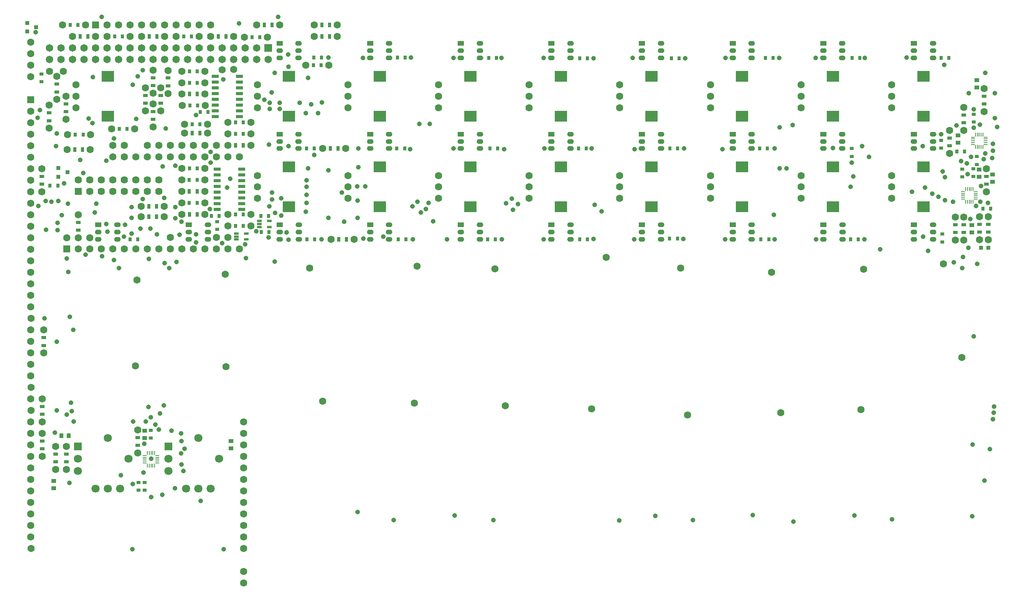
<source format=gts>
%FSLAX33Y33*%
%MOMM*%
%AMRect-W741421-H941421-RO1.000*
21,1,0.741421,0.941421,0.,0.,180*%
%AMRR-H1089615-W1469615-R544807-RO0.000*
21,1,0.380001,1.089615,0.,0.,360*
21,1,1.469615,0.000001,0.,0.,360*
1,1,1.089614,-0.1900005,0.0000005*
1,1,1.089614,0.1900005,0.0000005*
1,1,1.089614,0.1900005,-0.0000005*
1,1,1.089614,-0.1900005,-0.0000005*%
%AMRR-H192474-W893701-R96237-RO0.000*
21,1,0.701227,0.192474,0.,0.,360*
1,1,0.192474,-0.3506135,0.*
1,1,0.192474,0.3506135,0.*
1,1,0.192474,0.3506135,-0.*
1,1,0.192474,-0.3506135,0.*%
%AMRR-H893701-W192474-R96237-RO0.000*
21,1,0.192474,0.701227,0.,0.,360*
1,1,0.192474,0.,0.3506135*
1,1,0.192474,0.,0.3506135*
1,1,0.192474,0.,-0.3506135*
1,1,0.192474,-0.,-0.3506135*%
%AMRect-W670710-H870710-RO0.500*
21,1,0.67071,0.87071,0.,0.,270*%
%AMRect-W2403400-H2708200-RO0.500*
21,1,2.4034,2.7082,0.,0.,270*%
%AMRect-W741421-H941421-RO1.500*
21,1,0.741421,0.941421,0.,0.,90*%
%AMRect-W800000-H900000-RO0.500*
21,1,0.8,0.9,0.,0.,270*%
%AMRect-W500000-H1000000-RO0.500*
21,1,0.5,1.,0.,0.,270*%
%AMRect-W741421-H941421-RO0.500*
21,1,0.741421,0.941421,0.,0.,270*%
%AMRect-W670710-H870710-RO1.000*
21,1,0.67071,0.87071,0.,0.,180*%
%AMRect-W670710-H870710-RO1.500*
21,1,0.67071,0.87071,0.,0.,90*%
%AMRect-W842120-H941421-RO1.500*
21,1,0.84212,0.941421,0.,0.,90*%
%AMRect-W893701-H192474-RO1.000*
21,1,0.893701,0.192474,0.,0.,180*%
%AMRR-H192474-W893701-R96237-RO1.000*
21,1,0.701227,0.192474,0.,0.,180*
1,1,0.192474,0.3506135,-0.*
1,1,0.192474,-0.3506135,-0.*
1,1,0.192474,-0.3506135,0.*
1,1,0.192474,0.3506135,0.*%
%AMRR-H893701-W192474-R96237-RO1.000*
21,1,0.192474,0.701227,0.,0.,180*
1,1,0.192474,0.,-0.3506135*
1,1,0.192474,-0.,-0.3506135*
1,1,0.192474,-0.,0.3506135*
1,1,0.192474,0.,0.3506135*%
%AMRect-W1650000-H1650000-RO0.500*
21,1,1.65,1.65,0.,0.,270*%
%AMRect-W842120-H941421-RO1.000*
21,1,0.84212,0.941421,0.,0.,180*%
%AMRect-W600000-H1500000-RO1.500*
21,1,0.6,1.5,0.,0.,90*%
%AMRect-W842120-H941421-RO0.500*
21,1,0.84212,0.941421,0.,0.,270*%
%AMRect-W1600000-H1600000-RO0.500*
21,1,1.6,1.6,0.,0.,270*%
%ADD10C,1.0668*%
%ADD11C,1.6*%
%ADD12Rect-W741421-H941421-RO1.000*%
%ADD13R,0.67071X0.87071*%
%ADD14R,1.469615X1.089615*%
%ADD15RR-H1089615-W1469615-R544807-RO0.000*%
%ADD16C,1.6*%
%ADD17R,1.8X1.8*%
%ADD18C,1.8*%
%ADD19R,0.741421X0.941421*%
%ADD20C,1.6*%
%ADD21R,0.893701X0.192474*%
%ADD22RR-H192474-W893701-R96237-RO0.000*%
%ADD23RR-H893701-W192474-R96237-RO0.000*%
%ADD24R,1.6X1.6*%
%ADD25Rect-W670710-H870710-RO0.500*%
%ADD26Rect-W2403400-H2708200-RO0.500*%
%ADD27C,1.6*%
%ADD28Rect-W741421-H941421-RO1.500*%
%ADD29Rect-W800000-H900000-RO0.500*%
%ADD30R,1.62X1.62*%
%ADD31C,1.62*%
%ADD32Rect-W500000-H1000000-RO0.500*%
%ADD33Rect-W741421-H941421-RO0.500*%
%ADD34Rect-W670710-H870710-RO1.000*%
%ADD35Rect-W670710-H870710-RO1.500*%
%ADD36Rect-W842120-H941421-RO1.500*%
%ADD37Rect-W893701-H192474-RO1.000*%
%ADD38RR-H192474-W893701-R96237-RO1.000*%
%ADD39RR-H893701-W192474-R96237-RO1.000*%
%ADD40C,1.65*%
%ADD41Rect-W1650000-H1650000-RO0.500*%
%ADD42Rect-W842120-H941421-RO1.000*%
%ADD43Rect-W600000-H1500000-RO1.500*%
%ADD44Rect-W842120-H941421-RO0.500*%
%ADD45R,0.84212X0.941421*%
%ADD46Rect-W1600000-H1600000-RO0.500*%
D10*
%LNtop solder mask_traces*%
G01*
X206550Y86736D03*
X34925Y85500D03*
X5017Y106950D03*
X196309Y118554D03*
X55765Y107225D03*
X90825Y86425D03*
X210725Y17275D03*
X200325Y89875D03*
X31275Y36450D03*
X18700Y74725D03*
X210375Y82900D03*
X6400Y80550D03*
X57633Y127559D03*
X109125Y87400D03*
X12052Y40500D03*
X21365Y73850D03*
X8718Y101803D03*
X156210Y78445D03*
X28376Y38225D03*
X207294Y103556D03*
X27750Y87308D03*
X68707Y118554D03*
X63850Y88275D03*
X8300Y35775D03*
X213475Y25175D03*
X199848Y98990D03*
X116332Y98445D03*
X68700Y83175D03*
X36244Y82325D03*
X64235Y94125D03*
X215175Y96333D03*
X19650Y81800D03*
X67218Y108687D03*
X8750Y40675D03*
X75150Y83185D03*
X21325Y100725D03*
X215575Y41525D03*
X4656Y85825D03*
X186495Y98990D03*
X12400Y58425D03*
X127229Y78475D03*
X215300Y97975D03*
X107467Y98323D03*
X8875Y80445D03*
X162325Y17525D03*
X90175Y85100D03*
X203350Y87821D03*
X88775Y103925D03*
X201016Y75844D03*
X204225Y93400D03*
X156362Y118445D03*
X187096Y118450D03*
X211060Y103022D03*
X212500Y86736D03*
X206705Y73304D03*
X23800Y81645D03*
X63675Y106275D03*
X197450Y88925D03*
X66400Y106275D03*
X36275Y28725D03*
X29016Y41450D03*
X42725Y95325D03*
X213267Y96150D03*
X208340Y95725D03*
X135865Y118445D03*
X75336Y94310D03*
X109400Y84950D03*
X209600Y95175D03*
X86919Y118575D03*
X7600Y86725D03*
X55640Y85670D03*
X29550Y29971D03*
X8750Y55850D03*
X10975Y74150D03*
X76417Y78562D03*
X71671Y88775D03*
X36150Y35540D03*
X116180Y78445D03*
X9100Y86875D03*
X30887Y79481D03*
X31525Y39990D03*
X187975Y96660D03*
X211060Y107163D03*
X23580Y79025D03*
X214650Y32075D03*
X26625Y114422D03*
X190475Y76212D03*
X13925Y95975D03*
X127229Y118425D03*
X18650Y127500D03*
X39500Y79500D03*
X186950Y78450D03*
X19950Y80125D03*
X39484Y77750D03*
X146990Y78500D03*
X10975Y39750D03*
X6000Y60960D03*
X4064Y124100D03*
X147396Y118425D03*
X8592Y99035D03*
X29554Y21488D03*
X149125Y16450D03*
X215775Y110675D03*
X45466Y113716D03*
X210015Y110693D03*
X39448Y105855D03*
X15100Y75050D03*
X46330Y89810D03*
X35843Y79431D03*
X204750Y92116D03*
X36150Y31164D03*
X8875Y82085D03*
X116154Y118445D03*
X54550Y109225D03*
X168199Y118450D03*
X33550Y72050D03*
X215500Y40175D03*
X6325Y86875D03*
X169800Y94125D03*
X107865Y86400D03*
X210490Y96590D03*
X16650Y104050D03*
X25450Y10025D03*
X32106Y94500D03*
X72187Y82296D03*
X171150Y103625D03*
X55475Y78831D03*
X75150Y86950D03*
X76860Y90068D03*
X96575Y17450D03*
X201975Y88525D03*
X35125Y73450D03*
X34925Y94700D03*
X184510Y92275D03*
X40525Y20650D03*
X180035Y98552D03*
X208559Y72060D03*
X86766Y98349D03*
X17475Y86284D03*
X178003Y118445D03*
X36650Y27300D03*
X50475Y74261D03*
X32775Y102900D03*
X215350Y38725D03*
X204591Y116916D03*
X136246Y98349D03*
X59848Y116561D03*
X88350Y86725D03*
X91025Y103925D03*
X184800Y17450D03*
X11650Y61325D03*
X214224Y86450D03*
X12500Y38225D03*
X215300Y99471D03*
X105075Y16425D03*
X58304Y87454D03*
X45600Y10000D03*
X25265Y83142D03*
X193075Y16575D03*
X32489Y87525D03*
X128975Y84625D03*
X68704Y93675D03*
X147142Y98445D03*
X215775Y105175D03*
X34925Y83075D03*
X176301Y78450D03*
X212675Y90148D03*
X110500Y86175D03*
X27750Y115800D03*
X17165Y84322D03*
X19700Y95750D03*
X62331Y108550D03*
X47015Y91829D03*
X32410Y41750D03*
X75336Y98480D03*
X29454Y39125D03*
X167157Y98445D03*
X167157Y78450D03*
X26311Y105000D03*
X204750Y87075D03*
X27844Y26925D03*
X57950Y107225D03*
X209956Y76581D03*
X136169Y78445D03*
X126797Y98445D03*
X32000Y22000D03*
X55765Y108550D03*
X96291Y118445D03*
X56856Y115189D03*
X58297Y83675D03*
X91821Y82398D03*
X168250Y94125D03*
X64850Y108225D03*
X89070Y84375D03*
X28050Y33331D03*
X87351Y78450D03*
X14605Y93029D03*
X42554Y85104D03*
X50320Y77300D03*
X132900Y16375D03*
X59848Y78303D03*
X45250Y77535D03*
X211600Y85806D03*
X15750Y105100D03*
X16675Y114249D03*
X29075Y74125D03*
X213677Y97392D03*
X25601Y38225D03*
X25280Y85505D03*
X67158Y78445D03*
X55575Y99339D03*
X87200Y85700D03*
X27203Y80750D03*
X25500Y112550D03*
X80775Y78990D03*
X183900Y90025D03*
X56225Y87250D03*
X32500Y73150D03*
X56200Y110875D03*
X212421Y103705D03*
X184200Y95377D03*
X57981Y108550D03*
X64198Y114071D03*
X140800Y17375D03*
X48975Y126111D03*
X63825Y91450D03*
X36275Y33921D03*
X171350Y16100D03*
X65600Y97075D03*
X127475Y86050D03*
X56847Y73491D03*
X52775Y80225D03*
X76302Y118445D03*
X42725Y97714D03*
X25500Y24380D03*
X63671Y84550D03*
X210875Y33125D03*
X4500Y105290D03*
X209750Y92838D03*
X9850Y83790D03*
X216275Y103200D03*
X167000Y83875D03*
X208767Y74524D03*
X11287Y71200D03*
X22887Y26388D03*
X25225Y79675D03*
X36906Y32207D03*
X56225Y88764D03*
X96317Y98445D03*
X10350Y90750D03*
X22500Y72100D03*
X30485Y37490D03*
X59792Y119232D03*
X63825Y86500D03*
X213625Y115200D03*
X75150Y18200D03*
X199945Y78990D03*
X11218Y86300D03*
X59487Y79930D03*
X106934Y78445D03*
X56900Y84252D03*
X34050Y36144D03*
X94894Y78445D03*
X59848Y98990D03*
X34825Y23500D03*
X75006Y90068D03*
X176200Y118445D03*
X11520Y24654D03*
X203875Y101645D03*
X11850Y42325D03*
X168294Y103175D03*
X29421Y80750D03*
X211825Y72975D03*
X106883Y118475D03*
X211125Y56975D03*
X155677Y98323D03*
X83125Y16425D03*
X63825Y90000D03*
%LNtop solder mask component 2cb417fd89b64ff1*%
D11*
X70675Y125755D03*
X65595Y125755D03*
D12*
X68985Y125755D03*
X67285Y125755D03*
%LNtop solder mask component cb32256eb6e29e30*%
D13*
X84075Y78445D03*
X85775Y78445D03*
%LNtop solder mask component 50e8ad344c7d4b8f*%
D14*
X177900Y101645D03*
D15*
X182100Y98445D03*
X177900Y98445D03*
X182100Y101645D03*
X182100Y100045D03*
X177900Y100045D03*
%LNtop solder mask component 2e96c5ec09cc2bff*%
D16*
X43970Y78805D03*
%LNtop solder mask component 7be21fa8212241c2*%
D17*
X13400Y32700D03*
D18*
X13400Y30000D03*
X13400Y27300D03*
X17300Y23400D03*
X20000Y23400D03*
X22700Y23400D03*
X20000Y34600D03*
X24600Y30000D03*
%LNtop solder mask component 87d4757989b5faab*%
D19*
X48204Y104205D03*
X49904Y104205D03*
D20*
X46514Y104205D03*
X51594Y104205D03*
%LNtop solder mask component ac3db5670584ae1c*%
D21*
X210936Y100975D03*
D22*
X210936Y100575D03*
X210936Y100175D03*
X210936Y99775D03*
X210936Y99375D03*
X213714Y99375D03*
X213714Y99775D03*
X213714Y100175D03*
X213714Y100575D03*
X213714Y100975D03*
D23*
X211525Y98786D03*
X211925Y98786D03*
X212325Y98786D03*
X212725Y98786D03*
X213125Y98786D03*
X213125Y101564D03*
X212725Y101564D03*
X212325Y101564D03*
X211925Y101564D03*
X211525Y101564D03*
%LNtop solder mask component 3686d70afa1c5e6e*%
D24*
X10975Y76265D03*
D20*
X13515Y76265D03*
X16055Y76265D03*
X18595Y76265D03*
X21135Y76265D03*
X23675Y76265D03*
X26215Y76265D03*
X28755Y76265D03*
X31295Y76265D03*
X33835Y76265D03*
X36375Y76265D03*
X38915Y76265D03*
X41455Y76265D03*
X43995Y76265D03*
X46535Y76265D03*
X49075Y76265D03*
X49075Y96585D03*
X46535Y96585D03*
X43995Y96585D03*
X41455Y96585D03*
X38915Y96585D03*
X36375Y96585D03*
X33835Y96585D03*
X31295Y96585D03*
X28755Y96585D03*
X26215Y96585D03*
X23675Y96585D03*
X21135Y96585D03*
%LNtop solder mask component fae2ab7ca5d4c9bc*%
X67425Y42675D03*
%LNtop solder mask component b027ff144b44c17e*%
D25*
X211793Y96669D03*
X211793Y94969D03*
%LNtop solder mask component 208970e27ef767f2*%
D14*
X97900Y121645D03*
D15*
X102100Y118445D03*
X97900Y118445D03*
X102100Y121645D03*
X102100Y120045D03*
X97900Y120045D03*
%LNtop solder mask component e6c093e4fb0ef7fd*%
D14*
X137900Y101645D03*
D15*
X142100Y98445D03*
X137900Y98445D03*
X142100Y101645D03*
X142100Y100045D03*
X137900Y100045D03*
%LNtop solder mask component 0c936e703266551f*%
D20*
X50000Y10160D03*
%LNtop solder mask component bd28c8b7820afb87*%
D16*
X152990Y92500D03*
X152990Y90000D03*
X152990Y87500D03*
D26*
X160000Y94394D03*
X160000Y85606D03*
%LNtop solder mask component 7f1e47caf152ae98*%
D13*
X65480Y118554D03*
X67180Y118554D03*
%LNtop solder mask component 58a1288a180aeb08*%
D27*
X207025Y78248D03*
X207025Y83328D03*
D28*
X207025Y79938D03*
X207025Y81638D03*
%LNtop solder mask component 79f6ec5d6f894635*%
D16*
X192990Y92500D03*
X192990Y90000D03*
X192990Y87500D03*
D26*
X200000Y94394D03*
X200000Y85606D03*
%LNtop solder mask component 101642b7feb7559f*%
D13*
X63950Y78450D03*
X65650Y78450D03*
%LNtop solder mask component 4aa0ec8f7d4abd44*%
X104300Y98445D03*
X106000Y98445D03*
%LNtop solder mask component 5dcb23a1593b6b07*%
D29*
X2200Y126200D03*
X2200Y124300D03*
X4200Y125250D03*
%LNtop solder mask component b89bd2635b4bd775*%
D13*
X165125Y118450D03*
X166825Y118450D03*
%LNtop solder mask component 4039f8620c22d145*%
D25*
X184200Y98445D03*
X184200Y96745D03*
%LNtop solder mask component 39d65e26780576d4*%
D13*
X164150Y78445D03*
X165850Y78445D03*
%LNtop solder mask component f7b75df1bdf2f181*%
D20*
X50000Y25400D03*
%LNtop solder mask component d38423d823e8d2e1*%
D14*
X17900Y81645D03*
D15*
X22100Y78445D03*
X17900Y78445D03*
X22100Y81645D03*
X22100Y80045D03*
X17900Y80045D03*
%LNtop solder mask component cfb32474af56c8fe*%
D30*
X13510Y88975D03*
D31*
X16050Y88975D03*
X18590Y88975D03*
X21130Y88975D03*
X23670Y88975D03*
X26210Y88975D03*
X28750Y88975D03*
X31290Y88975D03*
X13510Y91515D03*
X16050Y91515D03*
X18590Y91515D03*
X21130Y91515D03*
X23670Y91515D03*
X26210Y91515D03*
X28750Y91515D03*
X31290Y91515D03*
%LNtop solder mask component edd2f8c4690b01ba*%
D20*
X46050Y50343D03*
%LNtop solder mask component 6f74c3785349d0d5*%
D13*
X124175Y78445D03*
X125875Y78445D03*
%LNtop solder mask component 26c1b4b607a29686*%
D25*
X5375Y114925D03*
X5375Y113225D03*
%LNtop solder mask component 2828c7dc829828af*%
D32*
X53440Y82445D03*
X53440Y81795D03*
X53440Y81145D03*
X55640Y81145D03*
X55640Y82445D03*
%LNtop solder mask component 19b7ae7034783336*%
D16*
X214348Y83395D03*
X214348Y78315D03*
D33*
X214348Y81705D03*
X214348Y80005D03*
%LNtop solder mask component 3cf36ddb64d95e52*%
D27*
X212350Y78315D03*
X212350Y83395D03*
D28*
X212350Y80005D03*
X212350Y81705D03*
%LNtop solder mask component 8ce11e64e60d2ce9*%
D13*
X144000Y78554D03*
X145700Y78554D03*
%LNtop solder mask component ab15ae813f6f3aa1*%
X184275Y118450D03*
X185975Y118450D03*
%LNtop solder mask component 0e368f23a025e6cc*%
X63900Y98445D03*
X65600Y98445D03*
%LNtop solder mask component 01c29c7f8cfffb4b*%
X83950Y118575D03*
X85650Y118575D03*
%LNtop solder mask component 5ebd81450b63c694*%
D14*
X37900Y81645D03*
D15*
X42100Y78445D03*
X37900Y78445D03*
X42100Y81645D03*
X42100Y80045D03*
X37900Y80045D03*
%LNtop solder mask component adf83d82d2d88d45*%
D20*
X45949Y70725D03*
%LNtop solder mask component 840a2754f238af4d*%
D16*
X43970Y99125D03*
%LNtop solder mask component e85196ca949464c4*%
D34*
X42083Y106525D03*
X40383Y106525D03*
%LNtop solder mask component ab6498ba432a0b55*%
D19*
X12850Y101525D03*
X14550Y101525D03*
D20*
X11160Y101525D03*
X16240Y101525D03*
%LNtop solder mask component 5154ed8cd176cc8c*%
D16*
X41430Y99125D03*
%LNtop solder mask component d62bc96d87e5019c*%
D20*
X50000Y2540D03*
%LNtop solder mask component 4f76a2a9eaa2a2fe*%
D14*
X97900Y101645D03*
D15*
X102100Y98445D03*
X97900Y98445D03*
X102100Y101645D03*
X102100Y100045D03*
X97900Y100045D03*
%LNtop solder mask component 2e9ef28c2831b1bc*%
D14*
X57972Y81645D03*
D15*
X62172Y78445D03*
X57972Y78445D03*
X62172Y81645D03*
X62172Y80045D03*
X57972Y80045D03*
%LNtop solder mask component 28689b4c8158a79f*%
D11*
X74390Y78445D03*
X69310Y78445D03*
D12*
X72700Y78445D03*
X71000Y78445D03*
%LNtop solder mask component ffc4da092a9a4fc5*%
D16*
X28730Y99125D03*
%LNtop solder mask component 7b562a51c2d66994*%
D13*
X104050Y118475D03*
X105750Y118475D03*
%LNtop solder mask component 5743672455e10ca4*%
D27*
X28325Y106776D03*
X28325Y111856D03*
D28*
X28325Y108466D03*
X28325Y110166D03*
%LNtop solder mask component 44887bd3d44aa71f*%
D16*
X8745Y114365D03*
X8745Y109285D03*
D33*
X8745Y112675D03*
X8745Y110975D03*
%LNtop solder mask component 5baf418b44386f3e*%
D11*
X41988Y101841D03*
X36908Y101841D03*
D12*
X40298Y101841D03*
X38598Y101841D03*
%LNtop solder mask component 140d6fd14c121b3f*%
D16*
X12990Y112500D03*
X12990Y110000D03*
X12990Y107500D03*
D26*
X20000Y114394D03*
X20000Y105606D03*
%LNtop solder mask component 58ee9cc3f79133a6*%
D11*
X32540Y123190D03*
X27460Y123190D03*
D12*
X30850Y123190D03*
X29150Y123190D03*
%LNtop solder mask component 98269289897f6ba6*%
D25*
X210985Y94005D03*
X210985Y92305D03*
%LNtop solder mask component a86400f42089c71c*%
D13*
X144025Y98445D03*
X145725Y98445D03*
%LNtop solder mask component adf231fd354b1cd0*%
D16*
X72990Y112500D03*
X72990Y110000D03*
X72990Y107500D03*
D26*
X80000Y114394D03*
X80000Y105606D03*
%LNtop solder mask component 89ac62f37abc9e14*%
D16*
X21110Y99125D03*
%LNtop solder mask component c392bcdfea8d8ea2*%
D20*
X47780Y115900D03*
%LNtop solder mask component 7583a494c62a08c3*%
X50000Y15240D03*
%LNtop solder mask component e784ba3ac1935508*%
D27*
X31700Y106776D03*
X31700Y111856D03*
D28*
X31700Y108466D03*
X31700Y110166D03*
%LNtop solder mask component c74a98aa77dc13b3*%
D13*
X24930Y78445D03*
X26630Y78445D03*
%LNtop solder mask component 236cb1eea3aa65ef*%
D19*
X48200Y83885D03*
X49900Y83885D03*
D20*
X46510Y83885D03*
X51590Y83885D03*
%LNtop solder mask component 43a2ab67652ac8d7*%
D35*
X203875Y98550D03*
X203875Y100250D03*
%LNtop solder mask component 3657576657a30115*%
D20*
X50000Y5080D03*
%LNtop solder mask component 3f41394d43e5d88f*%
X10225Y115525D03*
%LNtop solder mask component aa580201ffaa89d6*%
X50000Y20320D03*
%LNtop solder mask component af7c4f35f2bc9333*%
D36*
X210717Y79955D03*
X210717Y81554D03*
%LNtop solder mask component af1981297f4010f7*%
D16*
X23650Y99125D03*
%LNtop solder mask component b8b07e4af1db7061*%
D11*
X57975Y125755D03*
X52895Y125755D03*
D12*
X56285Y125755D03*
X54585Y125755D03*
%LNtop solder mask component 4084996067ccbf65*%
D37*
X211539Y87325D03*
D38*
X211539Y87725D03*
X211539Y88125D03*
X211539Y88525D03*
X211539Y88925D03*
X208761Y88925D03*
X208761Y88525D03*
X208761Y88125D03*
X208761Y87725D03*
X208761Y87325D03*
D39*
X210950Y89514D03*
X210550Y89514D03*
X210150Y89514D03*
X209750Y89514D03*
X209350Y89514D03*
X209350Y86736D03*
X209750Y86736D03*
X210150Y86736D03*
X210550Y86736D03*
X210950Y86736D03*
%LNtop solder mask component 110faed1cc146b02*%
D27*
X33300Y110636D03*
X33300Y115716D03*
D28*
X33300Y112326D03*
X33300Y114026D03*
%LNtop solder mask component 54d0f928f7385337*%
D32*
X48400Y79700D03*
X48400Y79050D03*
X48400Y78400D03*
X50600Y78400D03*
X50600Y79700D03*
%LNtop solder mask component 03a6b9848fb8370e*%
D20*
X107747Y41650D03*
%LNtop solder mask component e83cd94fc164864e*%
D24*
X17300Y125755D03*
D20*
X19840Y125755D03*
X22380Y125755D03*
X24920Y125755D03*
X27460Y125755D03*
X30000Y125755D03*
X32540Y125755D03*
X35080Y125755D03*
X37620Y125755D03*
X40160Y125755D03*
X42700Y125755D03*
%LNtop solder mask component 22e543a28086d96e*%
D11*
X70675Y123215D03*
X65595Y123215D03*
D12*
X68985Y123215D03*
X67285Y123215D03*
%LNtop solder mask component dece1cff8e284f1a*%
D16*
X36358Y99125D03*
%LNtop solder mask component 0711ebfc8202c0ed*%
D13*
X144400Y118425D03*
X146100Y118425D03*
%LNtop solder mask component ffb1b8a22baaf954*%
D29*
X9085Y94150D03*
X9085Y92250D03*
X11085Y93200D03*
%LNtop solder mask component 7fd2e291fd359170*%
D20*
X50000Y27940D03*
%LNtop solder mask component 2ce9bceb47a0c645*%
D40*
X52860Y120650D03*
X50320Y120650D03*
X47780Y120650D03*
X45240Y120650D03*
X42700Y120650D03*
X40160Y120650D03*
X37620Y120650D03*
X35080Y120650D03*
X32540Y120650D03*
X30000Y120650D03*
X27460Y120650D03*
X24920Y120650D03*
X22380Y120650D03*
X19840Y120650D03*
X17300Y120650D03*
X14760Y120650D03*
X12220Y120650D03*
X9680Y120650D03*
X7140Y120650D03*
X55400Y118110D03*
X52860Y118110D03*
X50320Y118110D03*
X47780Y118110D03*
X45240Y118110D03*
X42700Y118110D03*
X40160Y118110D03*
X37620Y118110D03*
X35080Y118110D03*
X32540Y118110D03*
X30000Y118110D03*
X27460Y118110D03*
X24920Y118110D03*
X22380Y118110D03*
X19840Y118110D03*
X17300Y118110D03*
X14760Y118110D03*
X12220Y118110D03*
X9680Y118110D03*
X7140Y118110D03*
D41*
X55400Y120650D03*
%LNtop solder mask component d1b8988840d6d78f*%
D16*
X46510Y78805D03*
%LNtop solder mask component 116d0418d04e5f4f*%
D13*
X103850Y78455D03*
X105550Y78455D03*
%LNtop solder mask component 422269f795c4b49e*%
D36*
X47200Y32250D03*
X47200Y33850D03*
%LNtop solder mask component 4b04faf50c671f76*%
D16*
X152990Y112500D03*
X152990Y110000D03*
X152990Y107500D03*
D26*
X160000Y114394D03*
X160000Y105606D03*
%LNtop solder mask component 14933e70956be4d4*%
D42*
X11396Y35094D03*
X9797Y35094D03*
%LNtop solder mask component 9a6bd823684d3e0b*%
D16*
X112990Y92500D03*
X112990Y90000D03*
X112990Y87500D03*
D26*
X120000Y94394D03*
X120000Y85606D03*
%LNtop solder mask component a9a86f59fad873e5*%
D25*
X28173Y24715D03*
X28173Y23015D03*
%LNtop solder mask component b8f167eb817f45c9*%
D16*
X13490Y83835D03*
X13490Y78755D03*
D33*
X13490Y82145D03*
X13490Y80445D03*
%LNtop solder mask component 8d538f7f95303938*%
D43*
X49575Y85030D03*
X49575Y86300D03*
X49575Y87570D03*
X49575Y88840D03*
X49575Y90110D03*
X49575Y91380D03*
X49575Y92650D03*
X49575Y93920D03*
X44175Y93920D03*
X44175Y92650D03*
X44175Y91380D03*
X44175Y90110D03*
X44175Y88840D03*
X44175Y87570D03*
X44175Y86300D03*
X44175Y85030D03*
%LNtop solder mask component 8d773e40d9ff8c97*%
D19*
X51867Y123047D03*
X53567Y123047D03*
D20*
X50177Y123047D03*
X55257Y123047D03*
%LNtop solder mask component 3fcc6ea5dac21bce*%
D16*
X132990Y92500D03*
X132990Y90000D03*
X132990Y87500D03*
D26*
X140000Y94394D03*
X140000Y85606D03*
%LNtop solder mask component 362fc440c7609de4*%
D14*
X77900Y121645D03*
D15*
X82100Y118445D03*
X77900Y118445D03*
X82100Y121645D03*
X82100Y120045D03*
X77900Y120045D03*
%LNtop solder mask component 22777a1fd5ef78f6*%
D14*
X157900Y81645D03*
D15*
X162100Y78445D03*
X157900Y78445D03*
X162100Y81645D03*
X162100Y80045D03*
X157900Y80045D03*
%LNtop solder mask component 8daf806579074e6c*%
D20*
X50000Y12700D03*
%LNtop solder mask component e2b7cb41e3b42ff7*%
D13*
X207340Y97827D03*
X209040Y97827D03*
%LNtop solder mask component 20eaf199acc821e9*%
D20*
X87675Y42300D03*
%LNtop solder mask component 835bc4b13f0791df*%
X7140Y115525D03*
%LNtop solder mask component 1b8cbfd094050d32*%
D14*
X97900Y81645D03*
D15*
X102100Y78445D03*
X97900Y78445D03*
X102100Y81645D03*
X102100Y80045D03*
X97900Y80045D03*
%LNtop solder mask component 051bcd12e4b16a5d*%
D20*
X26441Y69475D03*
%LNtop solder mask component 15295c3f1cff3500*%
X45240Y115825D03*
%LNtop solder mask component f89053a2e4f60840*%
D16*
X5560Y35565D03*
X5560Y30485D03*
D33*
X5560Y33875D03*
X5560Y32175D03*
%LNtop solder mask component 76f14d7369327f0d*%
D25*
X211090Y105990D03*
X211090Y104290D03*
%LNtop solder mask component 52a1b1ca2b1d3003*%
D20*
X146400Y72034D03*
%LNtop solder mask component 5a332b9c7c6b454e*%
D27*
X8500Y27620D03*
X8500Y32700D03*
D28*
X8500Y29310D03*
X8500Y31010D03*
%LNtop solder mask component 3d096520bff5873b*%
D16*
X205725Y102435D03*
X205725Y97355D03*
D33*
X205725Y100745D03*
X205725Y99045D03*
%LNtop solder mask component 0b32193e593047df*%
D14*
X177950Y81650D03*
D15*
X182150Y78450D03*
X177950Y78450D03*
X182150Y81650D03*
X182150Y80050D03*
X177950Y80050D03*
%LNtop solder mask component 4260d80dac0f261d*%
D19*
X36770Y123190D03*
X38470Y123190D03*
D20*
X35080Y123190D03*
X40160Y123190D03*
%LNtop solder mask component 76bc64773c60f07c*%
D27*
X3000Y119380D03*
X3000Y121920D03*
%LNtop solder mask component 2b1495a865a6849a*%
D20*
X208450Y52325D03*
%LNtop solder mask component 0140c6c654e9dc5b*%
X50000Y33020D03*
%LNtop solder mask component cb78a816f7b119bb*%
D44*
X8029Y25075D03*
X8029Y23475D03*
%LNtop solder mask component 3b85729fa308793e*%
D20*
X105450Y71925D03*
%LNtop solder mask component 3244838e2437b951*%
D16*
X5850Y58400D03*
X5850Y53320D03*
D33*
X5850Y56710D03*
X5850Y55010D03*
%LNtop solder mask component 4d63013c9b8810b0*%
D44*
X28138Y36177D03*
X28138Y34577D03*
%LNtop solder mask component 9606dd0b3b4181df*%
D35*
X44175Y80590D03*
X44175Y82290D03*
%LNtop solder mask component 4705e07a40114c09*%
D19*
X37999Y86425D03*
X39699Y86425D03*
D20*
X36309Y86425D03*
X41389Y86425D03*
%LNtop solder mask component b486b3018109de37*%
D14*
X177900Y121645D03*
D15*
X182100Y118445D03*
X177900Y118445D03*
X182100Y121645D03*
X182100Y120045D03*
X177900Y120045D03*
%LNtop solder mask component 01015ca45b8bb0bc*%
D11*
X72465Y98455D03*
X67385Y98455D03*
D12*
X70775Y98455D03*
X69075Y98455D03*
%LNtop solder mask component ef78370791fd3d8b*%
D11*
X41389Y88965D03*
X36309Y88965D03*
D12*
X39699Y88965D03*
X37999Y88965D03*
%LNtop solder mask component e572c9809e58cf0f*%
D14*
X117900Y101645D03*
D15*
X122100Y98445D03*
X117900Y98445D03*
X122100Y101645D03*
X122100Y100045D03*
X117900Y100045D03*
%LNtop solder mask component 546f381269ff1ef7*%
D16*
X92990Y112500D03*
X92990Y110000D03*
X92990Y107500D03*
D26*
X100000Y114394D03*
X100000Y105606D03*
%LNtop solder mask component 2acf0be01d619105*%
D14*
X77900Y81645D03*
D15*
X82100Y78445D03*
X77900Y78445D03*
X82100Y81645D03*
X82100Y80045D03*
X77900Y80045D03*
%LNtop solder mask component 095b313a13a9a07c*%
D19*
X11725Y125755D03*
X13425Y125755D03*
D20*
X10035Y125755D03*
X15115Y125755D03*
%LNtop solder mask component 948a008d14176e07*%
X50000Y17780D03*
%LNtop solder mask component adc1909596e3bd48*%
X50000Y38100D03*
%LNtop solder mask component 6df6cc68a2bdf09c*%
D13*
X124125Y118425D03*
X125825Y118425D03*
%LNtop solder mask component ad1c61057d5f85b7*%
D14*
X197900Y81645D03*
D15*
X202100Y78445D03*
X197900Y78445D03*
X202100Y81645D03*
X202100Y80045D03*
X197900Y80045D03*
%LNtop solder mask component b2a365c957548fac*%
D16*
X52990Y112500D03*
X52990Y110000D03*
X52990Y107500D03*
D26*
X60000Y114394D03*
X60000Y105606D03*
%LNtop solder mask component 0cff4b9a53bad90f*%
D14*
X157900Y121645D03*
D15*
X162100Y118445D03*
X157900Y118445D03*
X162100Y121645D03*
X162100Y120045D03*
X157900Y120045D03*
%LNtop solder mask component ca5038e2ccbbc460*%
D14*
X197900Y121645D03*
D15*
X202100Y118445D03*
X197900Y118445D03*
X202100Y121645D03*
X202100Y120045D03*
X197900Y120045D03*
%LNtop solder mask component 3c2ce17cf2a01d3a*%
D20*
X88250Y72475D03*
%LNtop solder mask component e20cf9e83588ac86*%
D45*
X212699Y76581D03*
X214299Y76581D03*
%LNtop solder mask component 020795961396f96f*%
D20*
X166450Y71120D03*
%LNtop solder mask component cdeab23590330a90*%
D11*
X17300Y123190D03*
X12220Y123190D03*
D12*
X15610Y123190D03*
X13910Y123190D03*
%LNtop solder mask component 00c8401b6cf4bd8f*%
D25*
X204125Y79567D03*
X204125Y77867D03*
%LNtop solder mask component 2e51914d959c2cec*%
D19*
X21530Y123190D03*
X23230Y123190D03*
D20*
X19840Y123190D03*
X24920Y123190D03*
%LNtop solder mask component 179472fd52466dca*%
D16*
X38890Y99125D03*
%LNtop solder mask component 9fbf70fbd30795f4*%
D13*
X53890Y80045D03*
X55590Y80045D03*
%LNtop solder mask component 91ad611b2d09aec1*%
D20*
X50000Y30480D03*
%LNtop solder mask component 1aa80e2305d3c3f5*%
D19*
X65396Y116850D03*
X67096Y116850D03*
D20*
X63706Y116850D03*
X68786Y116850D03*
%LNtop solder mask component 4385ecd621abcfb4*%
D13*
X53775Y83625D03*
X55475Y83625D03*
%LNtop solder mask component 7402d1aeef7f3f20*%
D20*
X50000Y35560D03*
%LNtop solder mask component 478e18b4a5e21ed9*%
D27*
X3000Y114300D03*
X3000Y116840D03*
%LNtop solder mask component 7916e5d6367009bd*%
D21*
X28161Y30675D03*
D22*
X28161Y30275D03*
X28161Y29875D03*
X28161Y29475D03*
X28161Y29075D03*
X30939Y29075D03*
X30939Y29475D03*
X30939Y29875D03*
X30939Y30275D03*
X30939Y30675D03*
D23*
X28750Y28486D03*
X29150Y28486D03*
X29550Y28486D03*
X29950Y28486D03*
X30350Y28486D03*
X30350Y31264D03*
X29950Y31264D03*
X29550Y31264D03*
X29150Y31264D03*
X28750Y31264D03*
%LNtop solder mask component e8b37e7f08e4b4ce*%
D11*
X51594Y99125D03*
X46514Y99125D03*
D12*
X49904Y99125D03*
X48204Y99125D03*
%LNtop solder mask component 6c40fd1b04079f65*%
D16*
X192990Y112500D03*
X192990Y110000D03*
X192990Y107500D03*
D26*
X200000Y114394D03*
X200000Y105606D03*
%LNtop solder mask component 3da4608edc6e80ef*%
D34*
X214856Y85200D03*
X213156Y85200D03*
%LNtop solder mask component 1376364b9f4b7526*%
D43*
X49075Y105555D03*
X49075Y106825D03*
X49075Y108095D03*
X49075Y109365D03*
X49075Y110635D03*
X49075Y111905D03*
X49075Y113175D03*
X49075Y114445D03*
X43675Y114445D03*
X43675Y113175D03*
X43675Y111905D03*
X43675Y110635D03*
X43675Y109365D03*
X43675Y108095D03*
X43675Y106825D03*
X43675Y105555D03*
%LNtop solder mask component 511370af6c7919eb*%
D20*
X26111Y50495D03*
%LNtop solder mask component 7e7211f8812d17fd*%
D35*
X26775Y23015D03*
X26775Y24715D03*
%LNtop solder mask component 7d0a4e2d061378cf*%
D11*
X41438Y83885D03*
X36358Y83885D03*
D12*
X39748Y83885D03*
X38048Y83885D03*
%LNtop solder mask component 264957ead632d6c1*%
D11*
X32489Y85725D03*
X27409Y85725D03*
D12*
X30799Y85725D03*
X29099Y85725D03*
%LNtop solder mask component bfe6143774099665*%
D19*
X38048Y94045D03*
X39748Y94045D03*
D20*
X36358Y94045D03*
X41438Y94045D03*
%LNtop solder mask component c1f03332e9856203*%
D16*
X10860Y32700D03*
X10860Y27620D03*
D33*
X10860Y31010D03*
X10860Y29310D03*
%LNtop solder mask component 863ca0b2a523c33c*%
D20*
X186817Y71831D03*
%LNtop solder mask component db7c6cb3d87cf7fe*%
D14*
X137900Y81645D03*
D15*
X142100Y78445D03*
X137900Y78445D03*
X142100Y81645D03*
X142100Y80045D03*
X137900Y80045D03*
%LNtop solder mask component 45386d5e65213c57*%
D27*
X5540Y38100D03*
X5540Y43180D03*
D28*
X5540Y39790D03*
X5540Y41490D03*
%LNtop solder mask component 2d214055c5945252*%
D20*
X147900Y39675D03*
%LNtop solder mask component ab2fc442c780097c*%
D36*
X211800Y111951D03*
X211800Y113550D03*
%LNtop solder mask component 86d3615bee55a968*%
D16*
X172990Y92500D03*
X172990Y90000D03*
X172990Y87500D03*
D26*
X180000Y94394D03*
X180000Y85606D03*
%LNtop solder mask component a3a28f654af52e6d*%
D36*
X207635Y99775D03*
X207635Y101374D03*
%LNtop solder mask component aff9f134acc6d168*%
D20*
X126746Y41025D03*
%LNtop solder mask component 90a5760c096e9d9b*%
X186233Y40869D03*
%LNtop solder mask component c928a8fc3e3d20d2*%
D14*
X77900Y101645D03*
D15*
X82100Y98445D03*
X77900Y98445D03*
X82100Y101645D03*
X82100Y100045D03*
X77900Y100045D03*
%LNtop solder mask component b3d7406c263ee182*%
D14*
X157900Y101645D03*
D15*
X162100Y98445D03*
X157900Y98445D03*
X162100Y101645D03*
X162100Y100045D03*
X157900Y100045D03*
%LNtop solder mask component 28b624cef8888489*%
D16*
X33810Y99125D03*
%LNtop solder mask component 652fff0cf240bfb2*%
D44*
X212296Y93825D03*
X212296Y92225D03*
%LNtop solder mask component 707e6c11d1cca362*%
D19*
X48204Y101665D03*
X49904Y101665D03*
D20*
X46514Y101665D03*
X51594Y101665D03*
%LNtop solder mask component 92ba980cb6ada6c2*%
D14*
X57900Y121645D03*
D15*
X62100Y118445D03*
X57900Y118445D03*
X62100Y121645D03*
X62100Y120045D03*
X57900Y120045D03*
%LNtop solder mask component 5b22a68f09ffcba4*%
D27*
X26613Y31271D03*
X26613Y36351D03*
D28*
X26613Y32961D03*
X26613Y34661D03*
%LNtop solder mask component 5f39a1bbc8e10a34*%
D25*
X29451Y36262D03*
X29451Y34562D03*
%LNtop solder mask component d3b47e90c0a44aba*%
D27*
X30000Y110661D03*
X30000Y115741D03*
D28*
X30000Y112351D03*
X30000Y114051D03*
%LNtop solder mask component 109cba4edaa46692*%
D20*
X64575Y72050D03*
%LNtop solder mask component 10c17d7dde9f20f2*%
D16*
X72990Y92500D03*
X72990Y90000D03*
X72990Y87500D03*
D26*
X80000Y94394D03*
X80000Y85606D03*
%LNtop solder mask component 17d3a0ee983cedc9*%
D19*
X37999Y91505D03*
X39699Y91505D03*
D20*
X36309Y91505D03*
X41389Y91505D03*
%LNtop solder mask component c8b5d540429af894*%
D16*
X92990Y92500D03*
X92990Y90000D03*
X92990Y87500D03*
D26*
X100000Y94394D03*
X100000Y85606D03*
%LNtop solder mask component 7c5862ef05c6b57e*%
D16*
X30000Y108286D03*
X30000Y103206D03*
D33*
X30000Y106596D03*
X30000Y104896D03*
%LNtop solder mask component d66d5715dd5ea0f6*%
D13*
X183912Y78450D03*
X185612Y78450D03*
%LNtop solder mask component 3ee2067a7940f73c*%
D19*
X38040Y112992D03*
X39740Y112992D03*
D20*
X36350Y112992D03*
X41430Y112992D03*
%LNtop solder mask component a4b5c663cafba649*%
D16*
X52990Y92500D03*
X52990Y90000D03*
X52990Y87500D03*
D26*
X60000Y94394D03*
X60000Y85606D03*
%LNtop solder mask component c3bb4e8e86108661*%
D14*
X117900Y81645D03*
D15*
X122100Y78445D03*
X117900Y78445D03*
X122100Y81645D03*
X122100Y80045D03*
X117900Y80045D03*
%LNtop solder mask component a545dc4cd47ee866*%
D16*
X33810Y78805D03*
%LNtop solder mask component 1090ed080a1beb2c*%
D13*
X83800Y98445D03*
X85500Y98445D03*
%LNtop solder mask component d72e272e4740b0c6*%
D16*
X10800Y110000D03*
X10800Y104920D03*
D33*
X10800Y108310D03*
X10800Y106610D03*
%LNtop solder mask component e02c3f52298e31bf*%
D20*
X168478Y40150D03*
%LNtop solder mask component 49beb2a2a790b48d*%
D27*
X213925Y88925D03*
X213925Y94005D03*
D28*
X213925Y90615D03*
X213925Y92315D03*
%LNtop solder mask component 66a2352ef12547e6*%
D11*
X16090Y98275D03*
X11010Y98275D03*
D12*
X14400Y98275D03*
X12700Y98275D03*
%LNtop solder mask component f2b8dcf9fc5b61b9*%
D13*
X203900Y118500D03*
X205600Y118500D03*
%LNtop solder mask component f46c31dedb484b98*%
D20*
X50000Y22860D03*
%LNtop solder mask component ddb2af37f6a94b60*%
D14*
X57900Y101645D03*
D15*
X62100Y98445D03*
X57900Y98445D03*
X62100Y101645D03*
X62100Y100045D03*
X57900Y100045D03*
%LNtop solder mask component b52b50502c51dacb*%
D14*
X197900Y101645D03*
D15*
X202100Y98445D03*
X197900Y98445D03*
X202100Y101645D03*
X202100Y100045D03*
X197900Y100045D03*
%LNtop solder mask component afb2019f5953c4e2*%
D19*
X38119Y107997D03*
X39819Y107997D03*
D20*
X36429Y107997D03*
X41509Y107997D03*
%LNtop solder mask component 807992e83262e177*%
D14*
X117900Y121645D03*
D15*
X122100Y118445D03*
X117900Y118445D03*
X122100Y121645D03*
X122100Y120045D03*
X117900Y120045D03*
%LNtop solder mask component e7393894ce705798*%
D19*
X38598Y103825D03*
X40298Y103825D03*
D20*
X36908Y103825D03*
X41988Y103825D03*
%LNtop solder mask component e182ecc0a0b9ab00*%
D13*
X163850Y98445D03*
X165550Y98445D03*
%LNtop solder mask component eb627d342a4f903e*%
D16*
X172990Y112500D03*
X172990Y110000D03*
X172990Y107500D03*
D26*
X180000Y114394D03*
X180000Y105606D03*
%LNtop solder mask component 04f20976e88c6656*%
D20*
X204400Y72974D03*
%LNtop solder mask component 9838140f6d8fc3a3*%
D11*
X32440Y83425D03*
X27360Y83425D03*
D12*
X30750Y83425D03*
X29050Y83425D03*
%LNtop solder mask component 19f5bff069822602*%
D35*
X208590Y92210D03*
X208590Y93910D03*
%LNtop solder mask component 2855dc77c2e8dde1*%
D13*
X7265Y90315D03*
X8965Y90315D03*
%LNtop solder mask component 4de6dc9ddc697575*%
D16*
X213404Y111730D03*
X213404Y106650D03*
D33*
X213404Y110040D03*
X213404Y108340D03*
%LNtop solder mask component d1bccda1b464fd03*%
D16*
X3000Y106680D03*
X3000Y104140D03*
X3000Y101600D03*
X3000Y99060D03*
X3000Y96520D03*
X3000Y93980D03*
X3000Y91440D03*
X3000Y88900D03*
X3000Y86360D03*
X3000Y83820D03*
X3000Y81280D03*
X3000Y78740D03*
X3000Y76200D03*
X3000Y73660D03*
X3000Y71120D03*
X3000Y68580D03*
X3000Y66040D03*
X3000Y63500D03*
X3075Y60960D03*
X3000Y58420D03*
X3000Y55880D03*
X3000Y53340D03*
X3000Y50800D03*
X3000Y48260D03*
X3075Y45720D03*
X3000Y43180D03*
X3075Y40640D03*
X3000Y38100D03*
X3000Y35560D03*
X3000Y33020D03*
X3000Y30480D03*
X3000Y27940D03*
X3000Y25400D03*
X3000Y22860D03*
X3000Y20320D03*
X3000Y17780D03*
X3000Y15240D03*
X3000Y12700D03*
X3075Y10160D03*
D46*
X3000Y109220D03*
%LNtop solder mask component 8161a00624e99dd4*%
D20*
X129975Y74400D03*
%LNtop solder mask component be6dae4a381f52ea*%
D16*
X16030Y78755D03*
%LNtop solder mask component e90434b9302ec0b9*%
D19*
X38040Y115541D03*
X39740Y115541D03*
D20*
X36350Y115541D03*
X41430Y115541D03*
%LNtop solder mask component 76e5300c46c5832f*%
D36*
X215265Y91098D03*
X215265Y92697D03*
%LNtop solder mask component 42107fc99cd43302*%
D19*
X22525Y102781D03*
X24225Y102781D03*
D20*
X20835Y102781D03*
X25915Y102781D03*
%LNtop solder mask component fca1a590c33dcb53*%
D16*
X5450Y93980D03*
X5450Y88900D03*
D33*
X5450Y92290D03*
X5450Y90590D03*
%LNtop solder mask component 175f9e2f385f0166*%
D27*
X208875Y102435D03*
X208875Y107515D03*
D28*
X208875Y104125D03*
X208875Y105825D03*
%LNtop solder mask component ed63482871275af4*%
D11*
X47780Y123190D03*
X42700Y123190D03*
D12*
X46090Y123190D03*
X44390Y123190D03*
%LNtop solder mask component 390ca8bdf514aefd*%
D16*
X112990Y112500D03*
X112990Y110000D03*
X112990Y107500D03*
D26*
X120000Y114394D03*
X120000Y105606D03*
%LNtop solder mask component fb25c8ebd593f1df*%
D17*
X33400Y32700D03*
D18*
X33400Y30000D03*
X33400Y27300D03*
X37300Y23400D03*
X40000Y23400D03*
X42700Y23400D03*
X40000Y34600D03*
X44600Y30000D03*
%LNtop solder mask component 037ab21f56739a3d*%
D13*
X123900Y98445D03*
X125600Y98445D03*
%LNtop solder mask component 620a4f717f976fc9*%
D16*
X10950Y78755D03*
%LNtop solder mask component 4cda8897de2b8f63*%
D11*
X41430Y110537D03*
X36350Y110537D03*
D12*
X39740Y110537D03*
X38040Y110537D03*
%LNtop solder mask component cf01b5d8126ae9b4*%
D14*
X137900Y121645D03*
D15*
X142100Y118445D03*
X137900Y118445D03*
X142100Y121645D03*
X142100Y120045D03*
X137900Y120045D03*
%LNtop solder mask component fcb33d2da6a8351b*%
D27*
X208879Y78248D03*
X208879Y83328D03*
D28*
X208879Y79938D03*
X208879Y81638D03*
%LNtop solder mask component 58632b713c9df017*%
D13*
X42890Y83550D03*
X44590Y83550D03*
%LNtop solder mask component 1902cf21c92c7046*%
D16*
X31270Y99125D03*
%LNtop solder mask component b2ca7374564098aa*%
X132990Y112500D03*
X132990Y110000D03*
X132990Y107500D03*
D26*
X140000Y114394D03*
X140000Y105606D03*
%LNtop solder mask component f8200634cbf82353*%
D19*
X48200Y81345D03*
X49900Y81345D03*
D20*
X46510Y81345D03*
X51590Y81345D03*
%LNtop solder mask component 32cc1e32022eae04*%
D27*
X7050Y102935D03*
X7050Y108015D03*
D28*
X7050Y104625D03*
X7050Y106325D03*
M02*
</source>
